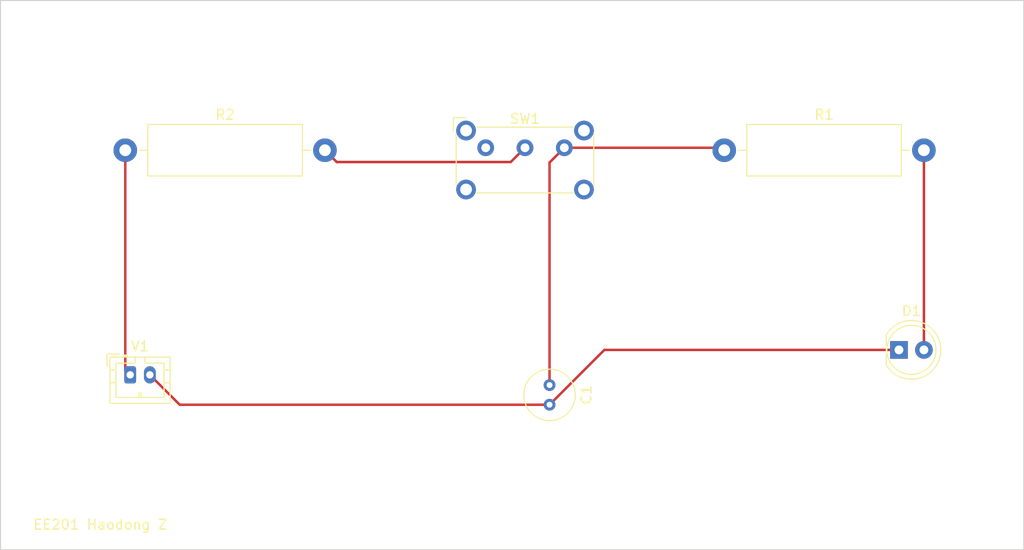
<source format=kicad_pcb>
(kicad_pcb (version 20211014) (generator pcbnew)
  (layers (0 "F.Cu" signal) (31 "B.Cu" signal) (34 "B.Paste" user) (35 "F.Paste" user) (36 "B.SilkS" user "B.Silkscreen") (37 "F.SilkS" user "F.Silkscreen") (38 "B.Mask" user) (39 "F.Mask" user) (44 "Edge.Cuts" user))
  (net 0 "")
  (net 1 "Net-(C1-Pad1)")
  (net 2 "Net-(C1-Pad2)")
  (net 3 "Net-(D1-Pad2)")
  (net 4 "Net-(R2-Pad1)")
  (net 5 "Net-(R2-Pad2)")
  (footprint "Resistor_THT:R_Axial_DIN0516_L15.5mm_D5.0mm_P20.32mm_Horizontal" (layer "F.Cu") (at 213.36 53.34)
    (fp_text reference "R1" (at 10.16 -3.62) (layer "F.SilkS"))
    (fp_text value "20K ohms")
    (fp_line (start 18.88 0) (end 18.03 0) (layer "F.SilkS") (width 0.12))
    (fp_line (start 18.03 2.62) (end 18.03 -2.62) (layer "F.SilkS") (width 0.12))
    (fp_line (start 18.03 -2.62) (end 2.29 -2.62) (layer "F.SilkS") (width 0.12))
    (fp_line (start 2.29 -2.62) (end 2.29 2.62) (layer "F.SilkS") (width 0.12))
    (fp_line (start 1.44 0) (end 2.29 0) (layer "F.SilkS") (width 0.12))
    (fp_line (start 2.29 2.62) (end 18.03 2.62) (layer "F.SilkS") (width 0.12))
    (pad "1" thru_hole circle (at 0 0) (size 2.4 2.4) (drill 1.2) (layers *.Cu *.Mask) (net 1 "Net-(C1-Pad1)"))
    (pad "2" thru_hole oval (at 20.32 0) (size 2.4 2.4) (drill 1.2) (layers *.Cu *.Mask) (net 3 "Net-(D1-Pad2)"))
  )
  (footprint "Button_Switch_THT:SW_E-Switch_EG1224_SPDT_Angled" (layer "F.Cu") (at 189.0825 53.0875)
    (fp_text reference "SW1" (at 4 -2.95) (layer "F.SilkS"))
    (fp_text value "SW_SPDT")
    (fp_line (start 11 -1.35) (end 11 3.85) (layer "F.SilkS") (width 0.12))
    (fp_line (start -0.95 -2.1) (end 8.95 -2.1) (layer "F.SilkS") (width 0.12))
    (fp_line (start -3.3 -1.75) (end -3.3 -3.05) (layer "F.SilkS") (width 0.12))
    (fp_line (start -3.3 -3.05) (end -2 -3.05) (layer "F.SilkS") (width 0.12))
    (fp_line (start 8.95 4.6) (end -0.95 4.6) (layer "F.SilkS") (width 0.12))
    (fp_line (start -3 3.85) (end -3 -1.35) (layer "F.SilkS") (width 0.12))
    (pad "" thru_hole circle (at 10 4.25) (size 2 2) (drill 1.2) (layers *.Cu *.Mask))
    (pad "" thru_hole circle (at 10 -1.75) (size 2 2) (drill 1.2) (layers *.Cu *.Mask))
    (pad "" thru_hole circle (at -2 -1.75) (size 2 2) (drill 1.2) (layers *.Cu *.Mask))
    (pad "" thru_hole circle (at -2 4.25) (size 2 2) (drill 1.2) (layers *.Cu *.Mask))
    (pad "1" thru_hole circle (at 0 0) (size 1.7 1.7) (drill 0.9) (layers *.Cu *.Mask))
    (pad "2" thru_hole circle (at 4 0) (size 1.7 1.7) (drill 0.9) (layers *.Cu *.Mask) (net 5 "Net-(R2-Pad2)"))
    (pad "3" thru_hole circle (at 8 0) (size 1.7 1.7) (drill 0.9) (layers *.Cu *.Mask) (net 1 "Net-(C1-Pad1)"))
  )
  (footprint "Capacitor_THT:C_Radial_D5.0mm_H5.0mm_P2.00mm" (layer "F.Cu") (at 195.58 77.24 -90)
    (fp_text reference "C1" (at 1 -3.75 90) (layer "F.SilkS"))
    (fp_text value "4.7 uF")
    (fp_circle (center 1 0) (end 3.62 0) (layer "F.SilkS") (width 0.12) (fill none))
    (pad "1" thru_hole circle (at 0 0 270) (size 1.2 1.2) (drill 0.6) (layers *.Cu *.Mask) (net 1 "Net-(C1-Pad1)"))
    (pad "2" thru_hole circle (at 2 0 270) (size 1.2 1.2) (drill 0.6) (layers *.Cu *.Mask) (net 2 "Net-(C1-Pad2)"))
  )
  (footprint "Connector_JST:JST_PH_B2B-PH-K_1x02_P2.00mm_Vertical" (layer "F.Cu") (at 152.9 76.2)
    (fp_text reference "V1" (at 1 -2.9) (layer "F.SilkS"))
    (fp_text value "9 V")
    (fp_line (start -0.3 -2.01) (end -0.6 -2.01) (layer "F.SilkS") (width 0.12))
    (fp_line (start -2.06 -0.5) (end -1.45 -0.5) (layer "F.SilkS") (width 0.12))
    (fp_line (start -1.45 2.3) (end 3.45 2.3) (layer "F.SilkS") (width 0.12))
    (fp_line (start 1 2.3) (end 1 1.8) (layer "F.SilkS") (width 0.12))
    (fp_line (start 0.5 -1.81) (end 0.5 -1.2) (layer "F.SilkS") (width 0.12))
    (fp_line (start 4.06 2.91) (end 4.06 -1.81) (layer "F.SilkS") (width 0.12))
    (fp_line (start -0.3 -1.81) (end -0.3 -2.01) (layer "F.SilkS") (width 0.12))
    (fp_line (start 4.06 -0.5) (end 3.45 -0.5) (layer "F.SilkS") (width 0.12))
    (fp_line (start 0.9 1.8) (end 1.1 1.8) (layer "F.SilkS") (width 0.12))
    (fp_line (start 0.9 2.3) (end 0.9 1.8) (layer "F.SilkS") (width 0.12))
    (fp_line (start -2.06 0.8) (end -1.45 0.8) (layer "F.SilkS") (width 0.12))
    (fp_line (start -2.36 -2.11) (end -2.36 -0.86) (layer "F.SilkS") (width 0.12))
    (fp_line (start -1.45 -1.2) (end -1.45 2.3) (layer "F.SilkS") (width 0.12))
    (fp_line (start -0.6 -2.01) (end -0.6 -1.81) (layer "F.SilkS") (width 0.12))
    (fp_line (start 0.5 -1.2) (end -1.45 -1.2) (layer "F.SilkS") (width 0.12))
    (fp_line (start 3.45 -1.2) (end 1.5 -1.2) (layer "F.SilkS") (width 0.12))
    (fp_line (start 1.5 -1.2) (end 1.5 -1.81) (layer "F.SilkS") (width 0.12))
    (fp_line (start -2.06 -1.81) (end -2.06 2.91) (layer "F.SilkS") (width 0.12))
    (fp_line (start 3.45 2.3) (end 3.45 -1.2) (layer "F.SilkS") (width 0.12))
    (fp_line (start 1.1 1.8) (end 1.1 2.3) (layer "F.SilkS") (width 0.12))
    (fp_line (start -0.3 -1.91) (end -0.6 -1.91) (layer "F.SilkS") (width 0.12))
    (fp_line (start 4.06 -1.81) (end -2.06 -1.81) (layer "F.SilkS") (width 0.12))
    (fp_line (start -2.06 2.91) (end 4.06 2.91) (layer "F.SilkS") (width 0.12))
    (fp_line (start 4.06 0.8) (end 3.45 0.8) (layer "F.SilkS") (width 0.12))
    (fp_line (start -1.11 -2.11) (end -2.36 -2.11) (layer "F.SilkS") (width 0.12))
    (pad "1" thru_hole roundrect (at 0 0) (size 1.2 1.75) (drill 0.75) (layers *.Cu *.Mask) (roundrect_rratio 0.208333) (net 4 "Net-(R2-Pad1)"))
    (pad "2" thru_hole oval (at 2 0) (size 1.2 1.75) (drill 0.75) (layers *.Cu *.Mask) (net 2 "Net-(C1-Pad2)"))
  )
  (footprint "LED_THT:LED_D5.0mm" (layer "F.Cu") (at 231.14 73.66)
    (fp_text reference "D1" (at 1.27 -3.96) (layer "F.SilkS"))
    (fp_text value "LED")
    (fp_line (start -1.29 -1.545) (end -1.29 1.545) (layer "F.SilkS") (width 0.12))
    (fp_arc (start -1.29 -1.54483) (mid 2.072002 -2.880433) (end 4.26 0.000462) (layer "F.SilkS") (width 0.12))
    (fp_arc (start 4.26 -0.000462) (mid 2.072002 2.880433) (end -1.29 1.54483) (layer "F.SilkS") (width 0.12))
    (fp_circle (center 1.27 0) (end 3.77 0) (layer "F.SilkS") (width 0.12) (fill none))
    (pad "1" thru_hole rect (at 0 0) (size 1.8 1.8) (drill 0.9) (layers *.Cu *.Mask) (net 2 "Net-(C1-Pad2)"))
    (pad "2" thru_hole circle (at 2.54 0) (size 1.8 1.8) (drill 0.9) (layers *.Cu *.Mask) (net 3 "Net-(D1-Pad2)"))
  )
  (footprint "Resistor_THT:R_Axial_DIN0516_L15.5mm_D5.0mm_P20.32mm_Horizontal" (layer "F.Cu") (at 152.4 53.34)
    (fp_text reference "R2" (at 10.16 -3.62) (layer "F.SilkS"))
    (fp_text value "2.2K ohms")
    (fp_line (start 1.44 0) (end 2.29 0) (layer "F.SilkS") (width 0.12))
    (fp_line (start 2.29 -2.62) (end 2.29 2.62) (layer "F.SilkS") (width 0.12))
    (fp_line (start 18.03 -2.62) (end 2.29 -2.62) (layer "F.SilkS") (width 0.12))
    (fp_line (start 18.88 0) (end 18.03 0) (layer "F.SilkS") (width 0.12))
    (fp_line (start 2.29 2.62) (end 18.03 2.62) (layer "F.SilkS") (width 0.12))
    (fp_line (start 18.03 2.62) (end 18.03 -2.62) (layer "F.SilkS") (width 0.12))
    (pad "1" thru_hole circle (at 0 0) (size 2.4 2.4) (drill 1.2) (layers *.Cu *.Mask) (net 4 "Net-(R2-Pad1)"))
    (pad "2" thru_hole oval (at 20.32 0) (size 2.4 2.4) (drill 1.2) (layers *.Cu *.Mask) (net 5 "Net-(R2-Pad2)"))
  )
  (gr_rect (start 139.7 38.1) (end 243.84 93.98) (layer "Edge.Cuts") (width 0.1) (fill none))
  (gr_text "EE201 Haodong Z" (at 149.86 91.44) (layer "F.SilkS") (effects (font (size 1 1))))
  (segment (start 213.1075 53.0875) (end 213.36 53.34) (width 0.25) (layer "F.Cu") (net 1))
  (segment (start 197.0825 53.0875) (end 213.1075 53.0875) (width 0.25) (layer "F.Cu") (net 1))
  (segment (start 197.0825 53.0875) (end 195.58 54.59) (width 0.25) (layer "F.Cu") (net 1))
  (segment (start 195.58 54.59) (end 195.58 77.24) (width 0.25) (layer "F.Cu") (net 1))
  (segment (start 201.16 73.66) (end 195.58 79.24) (width 0.25) (layer "F.Cu") (net 2))
  (segment (start 157.94 79.24) (end 154.9 76.2) (width 0.25) (layer "F.Cu") (net 2))
  (segment (start 195.58 79.24) (end 157.94 79.24) (width 0.25) (layer "F.Cu") (net 2))
  (segment (start 231.14 73.66) (end 201.16 73.66) (width 0.25) (layer "F.Cu") (net 2))
  (segment (start 233.68 53.34) (end 233.68 73.66) (width 0.25) (layer "F.Cu") (net 3))
  (segment (start 152.4 75.7) (end 152.9 76.2) (width 0.25) (layer "F.Cu") (net 4))
  (segment (start 152.4 53.34) (end 152.4 75.7) (width 0.25) (layer "F.Cu") (net 4))
  (segment (start 173.92 54.54) (end 191.63 54.54) (width 0.25) (layer "F.Cu") (net 5))
  (segment (start 191.63 54.54) (end 193.0825 53.0875) (width 0.25) (layer "F.Cu") (net 5))
  (segment (start 172.72 53.34) (end 173.92 54.54) (width 0.25) (layer "F.Cu") (net 5))
)
</source>
